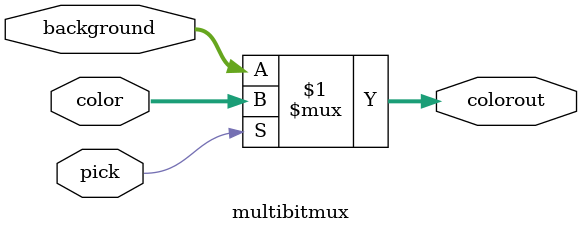
<source format=sv>

module multibitmux #(parameter N = 4)
	(color, pick, background, colorout);
	
	input logic [N-1:0] color;
	input logic [N-1:0] background;
	input logic pick;
	output logic [N-1:0] colorout;
	
	assign colorout = pick ? (color) : (background);
	
endmodule

</source>
